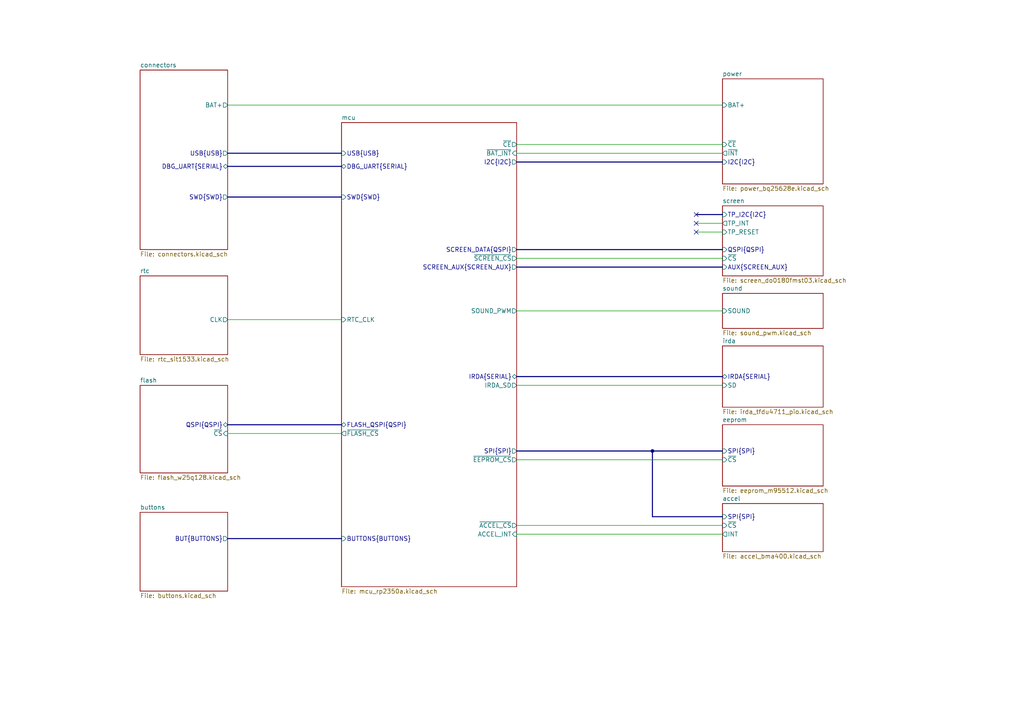
<source format=kicad_sch>
(kicad_sch
	(version 20250114)
	(generator "eeschema")
	(generator_version "9.0")
	(uuid "aa8773bf-a88b-4bf9-9961-8e312cd9d0e3")
	(paper "A4")
	(lib_symbols)
	(bus_alias "BUTTONS"
		(members "L" "M" "R")
	)
	(bus_alias "I2C"
		(members "SCK" "SDA")
	)
	(bus_alias "QSPI"
		(members "SCK" "SD0" "SD1" "SD2" "SD3")
	)
	(bus_alias "SERIAL"
		(members "TX" "RX")
	)
	(bus_alias "SPI"
		(members "MOSI" "MISO" "SCK")
	)
	(bus_alias "SWD"
		(members "SWDIO" "SWCLK")
	)
	(bus_alias "USB"
		(members "DP" "DN")
	)
	(junction
		(at 189.23 130.81)
		(diameter 0)
		(color 0 0 0 0)
		(uuid "fb9aa576-c4b3-4a2a-8959-f7dfca188610")
	)
	(no_connect
		(at 201.93 64.77)
		(uuid "29ac09f8-0583-4e5c-b476-fe37633174ef")
	)
	(no_connect
		(at 201.93 67.31)
		(uuid "906e97c4-330b-42ba-9a3b-4b2ea108b2dc")
	)
	(no_connect
		(at 201.93 62.23)
		(uuid "de222a9d-0af4-4808-975b-c2f04df1fc99")
	)
	(bus
		(pts
			(xy 149.86 109.22) (xy 209.55 109.22)
		)
		(stroke
			(width 0)
			(type default)
		)
		(uuid "0531be0c-6b71-4cb0-b501-c0a43d6a3b81")
	)
	(bus
		(pts
			(xy 66.04 123.19) (xy 99.06 123.19)
		)
		(stroke
			(width 0)
			(type default)
		)
		(uuid "057b1320-3ba2-43c3-8409-f0406296fb39")
	)
	(wire
		(pts
			(xy 149.86 154.94) (xy 209.55 154.94)
		)
		(stroke
			(width 0)
			(type default)
		)
		(uuid "0afa4911-e342-4852-9d23-35f9578c95d8")
	)
	(wire
		(pts
			(xy 201.93 64.77) (xy 209.55 64.77)
		)
		(stroke
			(width 0)
			(type default)
		)
		(uuid "11a46542-d2ba-4bbd-a166-d45938eab81b")
	)
	(wire
		(pts
			(xy 66.04 30.48) (xy 209.55 30.48)
		)
		(stroke
			(width 0)
			(type default)
		)
		(uuid "12ae7909-ae7d-4f68-802c-84a0737bf12c")
	)
	(bus
		(pts
			(xy 66.04 44.45) (xy 99.06 44.45)
		)
		(stroke
			(width 0)
			(type default)
		)
		(uuid "1c28b28b-d038-47c2-b505-ed681c425fe8")
	)
	(wire
		(pts
			(xy 66.04 92.71) (xy 99.06 92.71)
		)
		(stroke
			(width 0)
			(type default)
		)
		(uuid "1def2cf1-0c43-490e-baec-ca300ac70cae")
	)
	(bus
		(pts
			(xy 66.04 57.15) (xy 99.06 57.15)
		)
		(stroke
			(width 0)
			(type default)
		)
		(uuid "3d102599-05a8-4436-912b-ba9044905bfb")
	)
	(bus
		(pts
			(xy 66.04 48.26) (xy 99.06 48.26)
		)
		(stroke
			(width 0)
			(type default)
		)
		(uuid "421db035-c087-404f-9906-9bf1569f28bc")
	)
	(wire
		(pts
			(xy 149.86 41.91) (xy 209.55 41.91)
		)
		(stroke
			(width 0)
			(type default)
		)
		(uuid "449f6998-dc10-4b23-8c13-aa2d1617c17e")
	)
	(bus
		(pts
			(xy 149.86 46.99) (xy 209.55 46.99)
		)
		(stroke
			(width 0)
			(type default)
		)
		(uuid "45679946-86b6-43ed-92ea-363c9cff4796")
	)
	(bus
		(pts
			(xy 189.23 130.81) (xy 189.23 149.86)
		)
		(stroke
			(width 0)
			(type default)
		)
		(uuid "4aa82919-d4f5-43cb-865f-1091db71d396")
	)
	(bus
		(pts
			(xy 149.86 130.81) (xy 189.23 130.81)
		)
		(stroke
			(width 0)
			(type default)
		)
		(uuid "5b0f73bb-2367-46e6-befb-f2ef88f88381")
	)
	(wire
		(pts
			(xy 149.86 111.76) (xy 209.55 111.76)
		)
		(stroke
			(width 0)
			(type default)
		)
		(uuid "5cef958f-259d-4eae-8d5d-c6ab37f376b7")
	)
	(wire
		(pts
			(xy 149.86 74.93) (xy 209.55 74.93)
		)
		(stroke
			(width 0)
			(type default)
		)
		(uuid "62294736-9b60-454b-a1a5-9a778d315d85")
	)
	(bus
		(pts
			(xy 66.04 156.21) (xy 99.06 156.21)
		)
		(stroke
			(width 0)
			(type default)
		)
		(uuid "66df1e6a-b3d0-4c81-bda6-c4bcf824b346")
	)
	(wire
		(pts
			(xy 201.93 67.31) (xy 209.55 67.31)
		)
		(stroke
			(width 0)
			(type default)
		)
		(uuid "6d0379dd-d98e-42fe-87f0-64f6525afcc2")
	)
	(wire
		(pts
			(xy 149.86 44.45) (xy 209.55 44.45)
		)
		(stroke
			(width 0)
			(type default)
		)
		(uuid "8d85c050-1d1d-4f15-a35e-42ff28fd3546")
	)
	(wire
		(pts
			(xy 149.86 90.17) (xy 209.55 90.17)
		)
		(stroke
			(width 0)
			(type default)
		)
		(uuid "900bde1d-7940-47c0-9a78-394ab91b6753")
	)
	(wire
		(pts
			(xy 66.04 125.73) (xy 99.06 125.73)
		)
		(stroke
			(width 0)
			(type default)
		)
		(uuid "98603651-a9f7-42aa-9e45-63aa51c83a93")
	)
	(bus
		(pts
			(xy 201.93 62.23) (xy 209.55 62.23)
		)
		(stroke
			(width 0)
			(type default)
		)
		(uuid "9a073efa-6998-43ad-910e-fa10a058ab68")
	)
	(bus
		(pts
			(xy 149.86 72.39) (xy 209.55 72.39)
		)
		(stroke
			(width 0)
			(type default)
		)
		(uuid "9e84582b-c723-4f45-8f54-639bc76a0f2b")
	)
	(wire
		(pts
			(xy 149.86 133.35) (xy 209.55 133.35)
		)
		(stroke
			(width 0)
			(type default)
		)
		(uuid "a8621dea-3b84-46c1-a9a5-ce904cce380e")
	)
	(bus
		(pts
			(xy 209.55 130.81) (xy 189.23 130.81)
		)
		(stroke
			(width 0)
			(type default)
		)
		(uuid "dc3d5acd-f2c3-4b0d-ac2d-ce72a7f2ed2b")
	)
	(bus
		(pts
			(xy 189.23 149.86) (xy 209.55 149.86)
		)
		(stroke
			(width 0)
			(type default)
		)
		(uuid "ea432acf-566e-4d16-b913-1fdbcaf4fe74")
	)
	(wire
		(pts
			(xy 149.86 152.4) (xy 209.55 152.4)
		)
		(stroke
			(width 0)
			(type default)
		)
		(uuid "ec268c75-167c-41ac-81fa-ec43cc04ea77")
	)
	(bus
		(pts
			(xy 149.86 77.47) (xy 209.55 77.47)
		)
		(stroke
			(width 0)
			(type default)
		)
		(uuid "eed73c21-c043-4b1f-9f86-328e42d9a0f4")
	)
	(sheet
		(at 209.55 85.09)
		(size 29.21 10.16)
		(exclude_from_sim no)
		(in_bom yes)
		(on_board yes)
		(dnp no)
		(fields_autoplaced yes)
		(stroke
			(width 0.1524)
			(type solid)
		)
		(fill
			(color 0 0 0 0.0000)
		)
		(uuid "3d056745-04eb-4cdc-aea5-d38e78951aa3")
		(property "Sheetname" "sound"
			(at 209.55 84.3784 0)
			(effects
				(font
					(size 1.27 1.27)
				)
				(justify left bottom)
			)
		)
		(property "Sheetfile" "sound_pwm.kicad_sch"
			(at 209.55 95.8346 0)
			(effects
				(font
					(size 1.27 1.27)
				)
				(justify left top)
			)
		)
		(pin "SOUND" input
			(at 209.55 90.17 180)
			(uuid "8948a0cc-8dc8-41a1-8f1c-1a657e1aeb28")
			(effects
				(font
					(size 1.27 1.27)
				)
				(justify left)
			)
		)
		(instances
			(project "picowalker-v0.4"
				(path "/aa8773bf-a88b-4bf9-9961-8e312cd9d0e3"
					(page "9")
				)
			)
		)
	)
	(sheet
		(at 40.64 148.59)
		(size 25.4 22.86)
		(exclude_from_sim no)
		(in_bom yes)
		(on_board yes)
		(dnp no)
		(fields_autoplaced yes)
		(stroke
			(width 0.1524)
			(type solid)
		)
		(fill
			(color 0 0 0 0.0000)
		)
		(uuid "5aece0ef-9a8e-4c9c-87b3-9331fb5ad3b7")
		(property "Sheetname" "buttons"
			(at 40.64 147.8784 0)
			(effects
				(font
					(size 1.27 1.27)
				)
				(justify left bottom)
			)
		)
		(property "Sheetfile" "buttons.kicad_sch"
			(at 40.64 172.0346 0)
			(effects
				(font
					(size 1.27 1.27)
				)
				(justify left top)
			)
		)
		(pin "BUT{BUTTONS}" output
			(at 66.04 156.21 0)
			(uuid "f9112c1a-3cb9-4bd8-afe4-de06dcd37294")
			(effects
				(font
					(size 1.27 1.27)
				)
				(justify right)
			)
		)
		(instances
			(project "picowalker-v0.4"
				(path "/aa8773bf-a88b-4bf9-9961-8e312cd9d0e3"
					(page "5")
				)
			)
		)
	)
	(sheet
		(at 209.55 123.19)
		(size 29.21 17.78)
		(exclude_from_sim no)
		(in_bom yes)
		(on_board yes)
		(dnp no)
		(fields_autoplaced yes)
		(stroke
			(width 0.1524)
			(type solid)
		)
		(fill
			(color 0 0 0 0.0000)
		)
		(uuid "6645294b-adcc-4b56-9b2d-7dbc05655ebb")
		(property "Sheetname" "eeprom"
			(at 209.55 122.4784 0)
			(effects
				(font
					(size 1.27 1.27)
				)
				(justify left bottom)
			)
		)
		(property "Sheetfile" "eeprom_m95512.kicad_sch"
			(at 209.55 141.5546 0)
			(effects
				(font
					(size 1.27 1.27)
				)
				(justify left top)
			)
		)
		(pin "SPI{SPI}" input
			(at 209.55 130.81 180)
			(uuid "f4017be1-9326-4146-8c56-ca5226a37525")
			(effects
				(font
					(size 1.27 1.27)
				)
				(justify left)
			)
		)
		(pin "~{CS}" input
			(at 209.55 133.35 180)
			(uuid "d83cdd2c-c2f9-4f0c-af08-6d4c51afe27b")
			(effects
				(font
					(size 1.27 1.27)
				)
				(justify left)
			)
		)
		(instances
			(project "picowalker-v0.4"
				(path "/aa8773bf-a88b-4bf9-9961-8e312cd9d0e3"
					(page "7")
				)
			)
		)
	)
	(sheet
		(at 209.55 100.33)
		(size 29.21 17.78)
		(exclude_from_sim no)
		(in_bom yes)
		(on_board yes)
		(dnp no)
		(fields_autoplaced yes)
		(stroke
			(width 0.1524)
			(type solid)
		)
		(fill
			(color 0 0 0 0.0000)
		)
		(uuid "712d3093-4e65-4450-a18b-7b9d3ebf14a2")
		(property "Sheetname" "irda"
			(at 209.55 99.6184 0)
			(effects
				(font
					(size 1.27 1.27)
				)
				(justify left bottom)
			)
		)
		(property "Sheetfile" "irda_tfdu4711_pio.kicad_sch"
			(at 209.55 118.6946 0)
			(effects
				(font
					(size 1.27 1.27)
				)
				(justify left top)
			)
		)
		(pin "IRDA{SERIAL}" bidirectional
			(at 209.55 109.22 180)
			(uuid "d7199b68-f905-4408-a851-3c32a0769851")
			(effects
				(font
					(size 1.27 1.27)
				)
				(justify left)
			)
		)
		(pin "SD" input
			(at 209.55 111.76 180)
			(uuid "4ea08df6-8dcb-473c-aa11-167e294be862")
			(effects
				(font
					(size 1.27 1.27)
				)
				(justify left)
			)
		)
		(instances
			(project "picowalker-v0.4"
				(path "/aa8773bf-a88b-4bf9-9961-8e312cd9d0e3"
					(page "8")
				)
			)
		)
	)
	(sheet
		(at 40.64 111.76)
		(size 25.4 25.4)
		(exclude_from_sim no)
		(in_bom yes)
		(on_board yes)
		(dnp no)
		(fields_autoplaced yes)
		(stroke
			(width 0.1524)
			(type solid)
		)
		(fill
			(color 0 0 0 0.0000)
		)
		(uuid "7a794e87-c7b9-4c3e-ac66-3fc5c41c1724")
		(property "Sheetname" "flash"
			(at 40.64 111.0484 0)
			(effects
				(font
					(size 1.27 1.27)
				)
				(justify left bottom)
			)
		)
		(property "Sheetfile" "flash_w25q128.kicad_sch"
			(at 40.64 137.7446 0)
			(effects
				(font
					(size 1.27 1.27)
				)
				(justify left top)
			)
		)
		(pin "~{CS}" input
			(at 66.04 125.73 0)
			(uuid "aee0938d-4266-4183-a984-66f072eee5a7")
			(effects
				(font
					(size 1.27 1.27)
				)
				(justify right)
			)
		)
		(pin "QSPI{QSPI}" bidirectional
			(at 66.04 123.19 0)
			(uuid "7bc4b547-739a-4c85-ab00-a13730fc4318")
			(effects
				(font
					(size 1.27 1.27)
				)
				(justify right)
			)
		)
		(instances
			(project "picowalker-v0.4"
				(path "/aa8773bf-a88b-4bf9-9961-8e312cd9d0e3"
					(page "4")
				)
			)
		)
	)
	(sheet
		(at 209.55 146.05)
		(size 29.21 13.97)
		(exclude_from_sim no)
		(in_bom yes)
		(on_board yes)
		(dnp no)
		(fields_autoplaced yes)
		(stroke
			(width 0.1524)
			(type solid)
		)
		(fill
			(color 0 0 0 0.0000)
		)
		(uuid "858f2b33-e909-4882-b375-7297f7c6781c")
		(property "Sheetname" "accel"
			(at 209.55 145.3384 0)
			(effects
				(font
					(size 1.27 1.27)
				)
				(justify left bottom)
			)
		)
		(property "Sheetfile" "accel_bma400.kicad_sch"
			(at 209.55 160.6046 0)
			(effects
				(font
					(size 1.27 1.27)
				)
				(justify left top)
			)
		)
		(pin "~{CS}" input
			(at 209.55 152.4 180)
			(uuid "1440fe14-3f3a-4bc4-bdca-50041c538422")
			(effects
				(font
					(size 1.27 1.27)
				)
				(justify left)
			)
		)
		(pin "SPI{SPI}" input
			(at 209.55 149.86 180)
			(uuid "5c3b8e05-c77c-4864-ac4f-96806acf4ca8")
			(effects
				(font
					(size 1.27 1.27)
				)
				(justify left)
			)
		)
		(pin "INT" output
			(at 209.55 154.94 180)
			(uuid "70a2a7df-047e-42b7-855f-f0b3a5663369")
			(effects
				(font
					(size 1.27 1.27)
				)
				(justify left)
			)
		)
		(instances
			(project "picowalker-v0.4"
				(path "/aa8773bf-a88b-4bf9-9961-8e312cd9d0e3"
					(page "6")
				)
			)
		)
	)
	(sheet
		(at 209.55 59.69)
		(size 29.21 20.32)
		(exclude_from_sim no)
		(in_bom yes)
		(on_board yes)
		(dnp no)
		(fields_autoplaced yes)
		(stroke
			(width 0.1524)
			(type solid)
		)
		(fill
			(color 0 0 0 0.0000)
		)
		(uuid "89a8967c-3eba-4198-8d30-37fec3bc5505")
		(property "Sheetname" "screen"
			(at 209.55 58.9784 0)
			(effects
				(font
					(size 1.27 1.27)
				)
				(justify left bottom)
			)
		)
		(property "Sheetfile" "screen_do0180fmst03.kicad_sch"
			(at 209.55 80.5946 0)
			(effects
				(font
					(size 1.27 1.27)
				)
				(justify left top)
			)
		)
		(pin "~{CS}" input
			(at 209.55 74.93 180)
			(uuid "bacdab2d-271a-4438-9e5d-9ec306dd8d83")
			(effects
				(font
					(size 1.27 1.27)
				)
				(justify left)
			)
		)
		(pin "AUX{SCREEN_AUX}" input
			(at 209.55 77.47 180)
			(uuid "b4f9e26f-1790-47e5-bba7-8286762b39be")
			(effects
				(font
					(size 1.27 1.27)
				)
				(justify left)
			)
		)
		(pin "QSPI{QSPI}" input
			(at 209.55 72.39 180)
			(uuid "2f93828b-82ba-4355-a762-4c39d0450cd5")
			(effects
				(font
					(size 1.27 1.27)
				)
				(justify left)
			)
		)
		(pin "TP_I2C{I2C}" input
			(at 209.55 62.23 180)
			(uuid "3895373c-c279-4548-89b0-a7d8379dbcfc")
			(effects
				(font
					(size 1.27 1.27)
				)
				(justify left)
			)
		)
		(pin "TP_INT" output
			(at 209.55 64.77 180)
			(uuid "f3553ebe-8c67-4533-95b2-e084e9306255")
			(effects
				(font
					(size 1.27 1.27)
				)
				(justify left)
			)
		)
		(pin "TP_RESET" input
			(at 209.55 67.31 180)
			(uuid "f3afaf28-276e-4da2-ab52-b0e43ac86138")
			(effects
				(font
					(size 1.27 1.27)
				)
				(justify left)
			)
		)
		(instances
			(project "picowalker-v0.4"
				(path "/aa8773bf-a88b-4bf9-9961-8e312cd9d0e3"
					(page "11")
				)
			)
		)
	)
	(sheet
		(at 40.64 20.32)
		(size 25.4 52.07)
		(exclude_from_sim no)
		(in_bom yes)
		(on_board yes)
		(dnp no)
		(fields_autoplaced yes)
		(stroke
			(width 0.1524)
			(type solid)
		)
		(fill
			(color 0 0 0 0.0000)
		)
		(uuid "8aeeee6d-2630-49b8-bd72-1824fef78c19")
		(property "Sheetname" "connectors"
			(at 40.64 19.6084 0)
			(effects
				(font
					(size 1.27 1.27)
				)
				(justify left bottom)
			)
		)
		(property "Sheetfile" "connectors.kicad_sch"
			(at 40.64 72.9746 0)
			(effects
				(font
					(size 1.27 1.27)
				)
				(justify left top)
			)
		)
		(pin "USB{USB}" output
			(at 66.04 44.45 0)
			(uuid "902fa21c-3026-48a5-9e0d-289454516ca7")
			(effects
				(font
					(size 1.27 1.27)
				)
				(justify right)
			)
		)
		(pin "BAT+" output
			(at 66.04 30.48 0)
			(uuid "fb47489a-1a51-494b-8f4e-781fb13f011c")
			(effects
				(font
					(size 1.27 1.27)
				)
				(justify right)
			)
		)
		(pin "DBG_UART{SERIAL}" bidirectional
			(at 66.04 48.26 0)
			(uuid "06915ab5-8c30-4c80-8627-34c1e7ee243b")
			(effects
				(font
					(size 1.27 1.27)
				)
				(justify right)
			)
		)
		(pin "SWD{SWD}" output
			(at 66.04 57.15 0)
			(uuid "943b9420-d99d-4a70-abec-62423b89cab5")
			(effects
				(font
					(size 1.27 1.27)
				)
				(justify right)
			)
		)
		(instances
			(project "picowalker-v0.4"
				(path "/aa8773bf-a88b-4bf9-9961-8e312cd9d0e3"
					(page "3")
				)
			)
		)
	)
	(sheet
		(at 99.06 35.56)
		(size 50.8 134.62)
		(exclude_from_sim no)
		(in_bom yes)
		(on_board yes)
		(dnp no)
		(fields_autoplaced yes)
		(stroke
			(width 0.1524)
			(type solid)
		)
		(fill
			(color 0 0 0 0.0000)
		)
		(uuid "e4b58271-83c6-4675-9203-3e882eaa47f4")
		(property "Sheetname" "mcu"
			(at 99.06 34.8484 0)
			(effects
				(font
					(size 1.27 1.27)
				)
				(justify left bottom)
			)
		)
		(property "Sheetfile" "mcu_rp2350a.kicad_sch"
			(at 99.06 170.7646 0)
			(effects
				(font
					(size 1.27 1.27)
				)
				(justify left top)
			)
		)
		(pin "~{ACCEL_CS}" output
			(at 149.86 152.4 0)
			(uuid "473fe3f4-a966-40fb-be4f-b20fdaedc8c9")
			(effects
				(font
					(size 1.27 1.27)
				)
				(justify right)
			)
		)
		(pin "~{EEPROM_CS}" output
			(at 149.86 133.35 0)
			(uuid "22a97dd8-0820-43f8-ba8a-cedb766eb598")
			(effects
				(font
					(size 1.27 1.27)
				)
				(justify right)
			)
		)
		(pin "I2C{I2C}" output
			(at 149.86 46.99 0)
			(uuid "9706ee33-f2b7-4844-b15d-a1aa563be08e")
			(effects
				(font
					(size 1.27 1.27)
				)
				(justify right)
			)
		)
		(pin "SCREEN_AUX{SCREEN_AUX}" output
			(at 149.86 77.47 0)
			(uuid "5239db16-5fef-40b7-a29c-67c42b17cc60")
			(effects
				(font
					(size 1.27 1.27)
				)
				(justify right)
			)
		)
		(pin "SOUND_PWM" output
			(at 149.86 90.17 0)
			(uuid "78c10385-1932-4468-957b-037b502d935f")
			(effects
				(font
					(size 1.27 1.27)
				)
				(justify right)
			)
		)
		(pin "SCREEN_DATA{QSPI}" output
			(at 149.86 72.39 0)
			(uuid "717be47f-3c2d-4b56-87df-f99ebeef9701")
			(effects
				(font
					(size 1.27 1.27)
				)
				(justify right)
			)
		)
		(pin "~{SCREEN_CS}" output
			(at 149.86 74.93 0)
			(uuid "9993baca-5bf3-4210-aafb-ffdcc8c74a3e")
			(effects
				(font
					(size 1.27 1.27)
				)
				(justify right)
			)
		)
		(pin "SPI{SPI}" output
			(at 149.86 130.81 0)
			(uuid "42529804-5118-4848-a746-5004163eaf9b")
			(effects
				(font
					(size 1.27 1.27)
				)
				(justify right)
			)
		)
		(pin "IRDA{SERIAL}" bidirectional
			(at 149.86 109.22 0)
			(uuid "3c263928-875f-4d78-80db-5c2a917682e3")
			(effects
				(font
					(size 1.27 1.27)
				)
				(justify right)
			)
		)
		(pin "~{FLASH_CS}" output
			(at 99.06 125.73 180)
			(uuid "185eeed3-4c8d-40d2-9aee-6b884650c096")
			(effects
				(font
					(size 1.27 1.27)
				)
				(justify left)
			)
		)
		(pin "~{CE}" output
			(at 149.86 41.91 0)
			(uuid "47e14e89-c3de-49b2-816e-1a50e85ba9e7")
			(effects
				(font
					(size 1.27 1.27)
				)
				(justify right)
			)
		)
		(pin "ACCEL_INT" input
			(at 149.86 154.94 0)
			(uuid "2168c551-4233-4c9a-b6cd-463c415e0b00")
			(effects
				(font
					(size 1.27 1.27)
				)
				(justify right)
			)
		)
		(pin "BUTTONS{BUTTONS}" input
			(at 99.06 156.21 180)
			(uuid "91e06c58-6c07-4db9-ba00-f008956feaf3")
			(effects
				(font
					(size 1.27 1.27)
				)
				(justify left)
			)
		)
		(pin "~{BAT_INT}" input
			(at 149.86 44.45 0)
			(uuid "843707f0-f516-4989-968a-35dfd9fd1de2")
			(effects
				(font
					(size 1.27 1.27)
				)
				(justify right)
			)
		)
		(pin "DBG_UART{SERIAL}" bidirectional
			(at 99.06 48.26 180)
			(uuid "633e226c-c263-4acc-9806-3a2288ef74d1")
			(effects
				(font
					(size 1.27 1.27)
				)
				(justify left)
			)
		)
		(pin "USB{USB}" input
			(at 99.06 44.45 180)
			(uuid "f52c520e-9962-4b97-97d6-f15fe2d7ade7")
			(effects
				(font
					(size 1.27 1.27)
				)
				(justify left)
			)
		)
		(pin "IRDA_SD" output
			(at 149.86 111.76 0)
			(uuid "57c0ee0a-4f27-4829-aeb7-e67d8c0b2659")
			(effects
				(font
					(size 1.27 1.27)
				)
				(justify right)
			)
		)
		(pin "RTC_CLK" input
			(at 99.06 92.71 180)
			(uuid "9f9645c1-d6a8-43bf-b3e7-36d7d846ae07")
			(effects
				(font
					(size 1.27 1.27)
				)
				(justify left)
			)
		)
		(pin "FLASH_QSPI{QSPI}" bidirectional
			(at 99.06 123.19 180)
			(uuid "3e0ff58e-53bc-4cec-bfda-c027752db436")
			(effects
				(font
					(size 1.27 1.27)
				)
				(justify left)
			)
		)
		(pin "SWD{SWD}" input
			(at 99.06 57.15 180)
			(uuid "bc0c41b1-4b24-4c46-ae77-70402c372f4d")
			(effects
				(font
					(size 1.27 1.27)
				)
				(justify left)
			)
		)
		(instances
			(project "picowalker-v0.4"
				(path "/aa8773bf-a88b-4bf9-9961-8e312cd9d0e3"
					(page "2")
				)
			)
		)
	)
	(sheet
		(at 209.55 22.86)
		(size 29.21 30.48)
		(exclude_from_sim no)
		(in_bom yes)
		(on_board yes)
		(dnp no)
		(fields_autoplaced yes)
		(stroke
			(width 0.1524)
			(type solid)
		)
		(fill
			(color 0 0 0 0.0000)
		)
		(uuid "f9bb3943-6d25-47dd-92d4-668afa6f251a")
		(property "Sheetname" "power"
			(at 209.55 22.1484 0)
			(effects
				(font
					(size 1.27 1.27)
				)
				(justify left bottom)
			)
		)
		(property "Sheetfile" "power_bq25628e.kicad_sch"
			(at 209.55 53.9246 0)
			(effects
				(font
					(size 1.27 1.27)
				)
				(justify left top)
			)
		)
		(pin "~{INT}" output
			(at 209.55 44.45 180)
			(uuid "352ade6b-700a-4385-8b9f-8f1ed3519e14")
			(effects
				(font
					(size 1.27 1.27)
				)
				(justify left)
			)
		)
		(pin "BAT+" input
			(at 209.55 30.48 180)
			(uuid "44a22699-595b-48a9-9a37-3db22d1dd8e5")
			(effects
				(font
					(size 1.27 1.27)
				)
				(justify left)
			)
		)
		(pin "~{CE}" input
			(at 209.55 41.91 180)
			(uuid "5c8094c5-bc3e-487d-897b-02f260658945")
			(effects
				(font
					(size 1.27 1.27)
				)
				(justify left)
			)
		)
		(pin "I2C{I2C}" input
			(at 209.55 46.99 180)
			(uuid "d8978571-8cfc-4b16-9ec0-ee6f2e736acf")
			(effects
				(font
					(size 1.27 1.27)
				)
				(justify left)
			)
		)
		(instances
			(project "picowalker-v0.4"
				(path "/aa8773bf-a88b-4bf9-9961-8e312cd9d0e3"
					(page "10")
				)
			)
		)
	)
	(sheet
		(at 40.64 80.01)
		(size 25.4 22.86)
		(exclude_from_sim no)
		(in_bom yes)
		(on_board yes)
		(dnp no)
		(fields_autoplaced yes)
		(stroke
			(width 0.1524)
			(type solid)
		)
		(fill
			(color 0 0 0 0.0000)
		)
		(uuid "feaa0ed6-677d-464b-a267-7ec72771ce12")
		(property "Sheetname" "rtc"
			(at 40.64 79.2984 0)
			(effects
				(font
					(size 1.27 1.27)
				)
				(justify left bottom)
			)
		)
		(property "Sheetfile" "rtc_sit1533.kicad_sch"
			(at 40.64 103.4546 0)
			(effects
				(font
					(size 1.27 1.27)
				)
				(justify left top)
			)
		)
		(pin "CLK" output
			(at 66.04 92.71 0)
			(uuid "ad0af1e1-c6f0-4f4d-b3b2-d264412bd94e")
			(effects
				(font
					(size 1.27 1.27)
				)
				(justify right)
			)
		)
		(instances
			(project "picowalker-v0.4"
				(path "/aa8773bf-a88b-4bf9-9961-8e312cd9d0e3"
					(page "12")
				)
			)
		)
	)
	(sheet_instances
		(path "/"
			(page "1")
		)
	)
	(embedded_fonts no)
)

</source>
